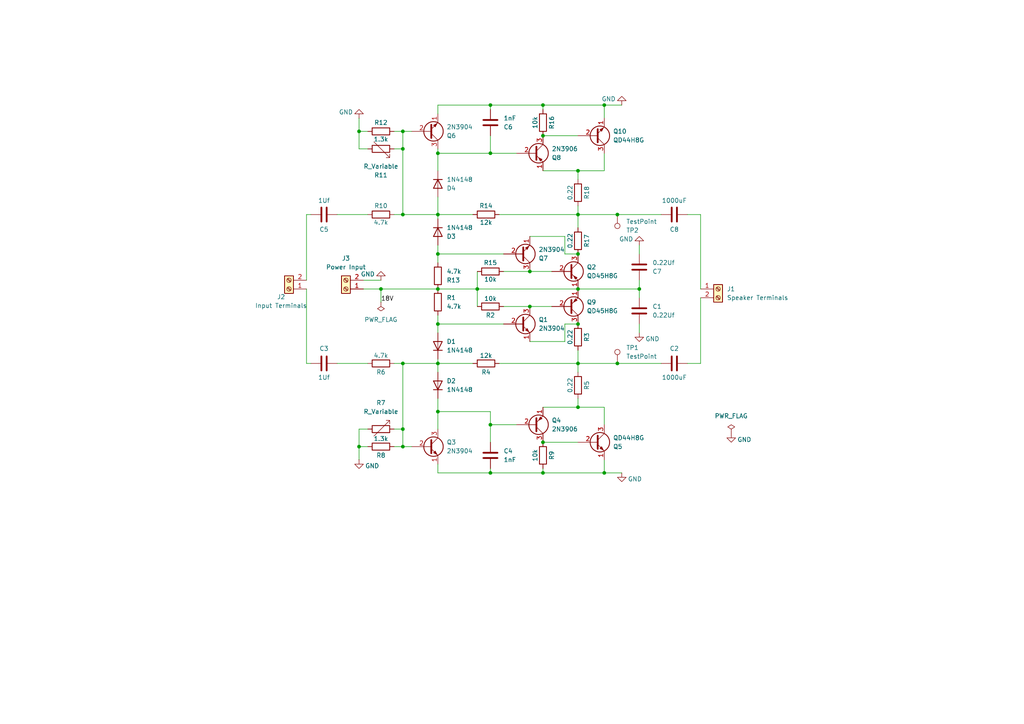
<source format=kicad_sch>
(kicad_sch (version 20231120) (generator "eeschema") (generator_version "8.0")
  (paper "A4")
  (lib_symbols
    (symbol "Connector:Screw_Terminal_01x02" (pin_names (offset 1.016) hide)
      (property "Reference" "J" (at 0 2.54 0))
      (property "Value" "Screw_Terminal_01x02" (at 0 -5.08 0))
      (symbol "Screw_Terminal_01x02_1_1"
        (rectangle (start -1.27 1.27) (end 1.27 -3.81) (stroke (width 0.254)) (fill (type background)))
        (circle (center 0 -2.54) (radius 0.635) (stroke (width 0.1524)))
        (polyline (pts (xy -0.5334 -2.2098) (xy 0.3302 -3.048)) (stroke (width 0.1524)))
        (polyline (pts (xy -0.5334 0.3302) (xy 0.3302 -0.508)) (stroke (width 0.1524)))
        (polyline (pts (xy -0.3556 -2.032) (xy 0.508 -2.8702)) (stroke (width 0.1524)))
        (polyline (pts (xy -0.3556 0.508) (xy 0.508 -0.3302)) (stroke (width 0.1524)))
        (circle (center 0 0) (radius 0.635) (stroke (width 0.1524)))
        (pin passive line (at -5.08 0 0) (length 3.81) (name "Pin_1") (number "1"))
        (pin passive line (at -5.08 -2.54 0) (length 3.81) (name "Pin_2") (number "2"))
      )
    )
    (symbol "Connector:TestPoint" (pin_numbers hide) (pin_names (offset 0.762) hide)
      (property "Reference" "TP" (at 0 6.858 0))
      (property "Value" "TestPoint" (at 0 5.08 0))
      (symbol "TestPoint_0_1"
        (circle (center 0 3.302) (radius 0.762))
      )
      (symbol "TestPoint_1_1"
        (pin passive line (at 0 0 90) (length 2.54) (name "1") (number "1"))
      )
    )
    (symbol "Device:C" (pin_numbers hide) (pin_names (offset 0.254))
      (property "Reference" "C" (at 0.635 2.54 0))
      (property "Value" "C" (at 0.635 -2.54 0))
      (symbol "C_0_1"
        (polyline (pts (xy -2.032 -0.762) (xy 2.032 -0.762)) (stroke (width 0.508)))
        (polyline (pts (xy -2.032 0.762) (xy 2.032 0.762)) (stroke (width 0.508)))
      )
      (symbol "C_1_1"
        (pin passive line (at 0 3.81 270) (length 2.794) (name "~") (number "1"))
        (pin passive line (at 0 -3.81 90) (length 2.794) (name "~") (number "2"))
      )
    )
    (symbol "Device:R" (pin_numbers hide) (pin_names (offset 0))
      (property "Reference" "R" (at 2.032 0 90))
      (property "Value" "R" (at 0 0 90))
      (symbol "R_0_1"
        (rectangle (start -1.016 -2.54) (end 1.016 2.54) (stroke (width 0.254)))
      )
      (symbol "R_1_1"
        (pin passive line (at 0 3.81 270) (length 1.27) (name "~") (number "1"))
        (pin passive line (at 0 -3.81 90) (length 1.27) (name "~") (number "2"))
      )
    )
    (symbol "Device:R_Variable" (pin_numbers hide) (pin_names (offset 0))
      (property "Reference" "R" (at 2.54 -2.54 90))
      (property "Value" "R_Variable" (at -2.54 -1.27 90))
      (symbol "R_Variable_0_1"
        (rectangle (start -1.016 -2.54) (end 1.016 2.54) (stroke (width 0.254)))
        (polyline (pts (xy 2.54 1.524) (xy 2.54 2.54) (xy 1.524 2.54) (xy 2.54 2.54) (xy -2.032 -2.032)))
      )
      (symbol "R_Variable_1_1"
        (pin passive line (at 0 3.81 270) (length 1.27) (name "~") (number "1"))
        (pin passive line (at 0 -3.81 90) (length 1.27) (name "~") (number "2"))
      )
    )
    (symbol "Diode:1N4148" (pin_numbers hide) (pin_names hide)
      (property "Reference" "D" (at 0 2.54 0))
      (property "Value" "1N4148" (at 0 -2.54 0))
      (symbol "1N4148_0_1"
        (polyline (pts (xy -1.27 1.27) (xy -1.27 -1.27)) (stroke (width 0.254)))
        (polyline (pts (xy 1.27 0) (xy -1.27 0)))
        (polyline (pts (xy 1.27 1.27) (xy 1.27 -1.27) (xy -1.27 0) (xy 1.27 1.27)) (stroke (width 0.254)))
      )
      (symbol "1N4148_1_1"
        (pin passive line (at -3.81 0 0) (length 2.54) (name "K") (number "1"))
        (pin passive line (at 3.81 0 180) (length 2.54) (name "A") (number "2"))
      )
    )
    (symbol "Transistor_BJT:2N3904" (pin_names (offset 0) hide)
      (property "Reference" "Q" (at 5.08 1.905 0))
      (property "Value" "2N3904" (at 5.08 0 0))
      (symbol "2N3904_0_1"
        (polyline (pts (xy 0.635 0.635) (xy 2.54 2.54)))
        (polyline (pts (xy 0.635 -0.635) (xy 2.54 -2.54) (xy 2.54 -2.54)))
        (polyline (pts (xy 0.635 1.905) (xy 0.635 -1.905) (xy 0.635 -1.905)) (stroke (width 0.508)))
        (polyline (pts (xy 1.27 -1.778) (xy 1.778 -1.27) (xy 2.286 -2.286) (xy 1.27 -1.778) (xy 1.27 -1.778)) (fill (type outline)))
        (circle (center 1.27 0) (radius 2.8194) (stroke (width 0.254)))
      )
      (symbol "2N3904_1_1"
        (pin passive line (at 2.54 -5.08 90) (length 2.54) (name "E") (number "1"))
        (pin passive line (at -5.08 0 0) (length 5.715) (name "B") (number "2"))
        (pin passive line (at 2.54 5.08 270) (length 2.54) (name "C") (number "3"))
      )
    )
    (symbol "Transistor_BJT:2N3906" (pin_names (offset 0) hide)
      (property "Reference" "Q" (at 5.08 1.905 0))
      (property "Value" "2N3906" (at 5.08 0 0))
      (symbol "2N3906_0_1"
        (polyline (pts (xy 0.635 0.635) (xy 2.54 2.54)))
        (polyline (pts (xy 0.635 -0.635) (xy 2.54 -2.54) (xy 2.54 -2.54)))
        (polyline (pts (xy 0.635 1.905) (xy 0.635 -1.905) (xy 0.635 -1.905)) (stroke (width 0.508)))
        (polyline (pts (xy 2.286 -1.778) (xy 1.778 -2.286) (xy 1.27 -1.27) (xy 2.286 -1.778) (xy 2.286 -1.778)) (fill (type outline)))
        (circle (center 1.27 0) (radius 2.8194) (stroke (width 0.254)))
      )
      (symbol "2N3906_1_1"
        (pin passive line (at 2.54 -5.08 90) (length 2.54) (name "E") (number "1"))
        (pin input line (at -5.08 0 0) (length 5.715) (name "B") (number "2"))
        (pin passive line (at 2.54 5.08 270) (length 2.54) (name "C") (number "3"))
      )
    )
    (symbol "power:GND" (power) (pin_numbers hide) (pin_names (offset 0) hide)
      (property "Value" "GND" (at 0 -3.81 0))
      (symbol "GND_0_1"
        (polyline (pts (xy 0 0) (xy 0 -1.27) (xy 1.27 -1.27) (xy 0 -2.54) (xy -1.27 -1.27) (xy 0 -1.27)))
      )
      (symbol "GND_1_1"
        (pin power_in line (at 0 0 270) (length 0) (name "~") (number "1"))
      )
    )
    (symbol "power:PWR_FLAG" (power) (pin_numbers hide) (pin_names (offset 0) hide)
      (property "Value" "PWR_FLAG" (at 0 3.81 0))
      (symbol "PWR_FLAG_0_0"
        (pin power_out line (at 0 0 90) (length 0) (name "~") (number "1"))
      )
      (symbol "PWR_FLAG_0_1"
        (polyline (pts (xy 0 0) (xy 0 1.27) (xy -1.016 1.905) (xy 0 2.54) (xy 1.016 1.905) (xy 0 1.27)))
      )
    )
  )
  (junction (at 116.84 62.23))
  (junction (at 116.84 43.18))
  (junction (at 142.24 137.16))
  (junction (at 179.07 62.23))
  (junction (at 127 119.38))
  (junction (at 116.84 38.1))
  (junction (at 116.84 129.54))
  (junction (at 153.67 78.74))
  (junction (at 142.24 123.19))
  (junction (at 127 105.41))
  (junction (at 167.64 73.66))
  (junction (at 104.14 38.1))
  (junction (at 157.48 30.48))
  (junction (at 153.67 88.9))
  (junction (at 127 73.66))
  (junction (at 157.48 39.37))
  (junction (at 127 83.82))
  (junction (at 167.64 49.53))
  (junction (at 127 62.23))
  (junction (at 157.48 137.16))
  (junction (at 127 93.98))
  (junction (at 167.64 83.82))
  (junction (at 167.64 62.23))
  (junction (at 104.14 129.54))
  (junction (at 142.24 44.45))
  (junction (at 167.64 93.98))
  (junction (at 157.48 128.27))
  (junction (at 179.07 105.41))
  (junction (at 116.84 124.46))
  (junction (at 175.26 30.48))
  (junction (at 167.64 105.41))
  (junction (at 138.43 83.82))
  (junction (at 185.42 83.82))
  (junction (at 127 44.45))
  (junction (at 142.24 30.48))
  (junction (at 110.49 83.82))
  (junction (at 175.26 137.16))
  (junction (at 116.84 105.41))
  (junction (at 167.64 118.11))
  (wire (pts (xy 104.14 38.1) (xy 104.14 34.29)))
  (wire (pts (xy 116.84 38.1) (xy 116.84 43.18)))
  (wire (pts (xy 116.84 62.23) (xy 116.84 43.18)))
  (wire (pts (xy 106.68 38.1) (xy 104.14 38.1)))
  (wire (pts (xy 175.26 133.35) (xy 175.26 137.16)))
  (wire (pts (xy 127 83.82) (xy 138.43 83.82)))
  (wire (pts (xy 146.05 88.9) (xy 153.67 88.9)))
  (wire (pts (xy 167.64 93.98) (xy 163.83 93.98)))
  (wire (pts (xy 144.78 62.23) (xy 167.64 62.23)))
  (wire (pts (xy 105.41 83.82) (xy 110.49 83.82)))
  (wire (pts (xy 142.24 135.89) (xy 142.24 137.16)))
  (wire (pts (xy 167.64 62.23) (xy 179.07 62.23)))
  (wire (pts (xy 167.64 118.11) (xy 175.26 118.11)))
  (wire (pts (xy 167.64 83.82) (xy 185.42 83.82)))
  (wire (pts (xy 142.24 123.19) (xy 142.24 128.27)))
  (wire (pts (xy 116.84 129.54) (xy 116.84 124.46)))
  (wire (pts (xy 114.3 129.54) (xy 116.84 129.54)))
  (wire (pts (xy 110.49 83.82) (xy 127 83.82)))
  (wire (pts (xy 114.3 62.23) (xy 116.84 62.23)))
  (wire (pts (xy 167.64 62.23) (xy 167.64 59.69)))
  (wire (pts (xy 146.05 78.74) (xy 153.67 78.74)))
  (wire (pts (xy 114.3 43.18) (xy 116.84 43.18)))
  (wire (pts (xy 127 76.2) (xy 127 73.66)))
  (wire (pts (xy 127 73.66) (xy 127 71.12)))
  (wire (pts (xy 106.68 43.18) (xy 104.14 43.18)))
  (wire (pts (xy 175.26 118.11) (xy 175.26 123.19)))
  (wire (pts (xy 127 49.53) (xy 127 44.45)))
  (wire (pts (xy 127 105.41) (xy 127 107.95)))
  (wire (pts (xy 142.24 44.45) (xy 149.86 44.45)))
  (wire (pts (xy 104.14 43.18) (xy 104.14 38.1)))
  (wire (pts (xy 127 105.41) (xy 127 104.14)))
  (wire (pts (xy 163.83 93.98) (xy 163.83 99.06)))
  (wire (pts (xy 153.67 68.58) (xy 163.83 68.58)))
  (wire (pts (xy 127 44.45) (xy 142.24 44.45)))
  (wire (pts (xy 104.14 124.46) (xy 104.14 129.54)))
  (wire (pts (xy 127 44.45) (xy 127 43.18)))
  (wire (pts (xy 138.43 83.82) (xy 138.43 88.9)))
  (wire (pts (xy 142.24 30.48) (xy 157.48 30.48)))
  (wire (pts (xy 167.64 73.66) (xy 163.83 73.66)))
  (wire (pts (xy 116.84 129.54) (xy 119.38 129.54)))
  (wire (pts (xy 106.68 124.46) (xy 104.14 124.46)))
  (wire (pts (xy 137.16 105.41) (xy 127 105.41)))
  (wire (pts (xy 142.24 137.16) (xy 157.48 137.16)))
  (wire (pts (xy 127 119.38) (xy 127 124.46)))
  (wire (pts (xy 114.3 38.1) (xy 116.84 38.1)))
  (wire (pts (xy 137.16 62.23) (xy 127 62.23)))
  (wire (pts (xy 203.2 86.36) (xy 203.2 105.41)))
  (wire (pts (xy 167.64 52.07) (xy 167.64 49.53)))
  (wire (pts (xy 88.9 105.41) (xy 90.17 105.41)))
  (wire (pts (xy 106.68 129.54) (xy 104.14 129.54)))
  (wire (pts (xy 127 91.44) (xy 127 93.98)))
  (wire (pts (xy 179.07 62.23) (xy 191.77 62.23)))
  (wire (pts (xy 157.48 30.48) (xy 175.26 30.48)))
  (wire (pts (xy 114.3 124.46) (xy 116.84 124.46)))
  (wire (pts (xy 199.39 62.23) (xy 203.2 62.23)))
  (wire (pts (xy 116.84 38.1) (xy 119.38 38.1)))
  (wire (pts (xy 167.64 105.41) (xy 179.07 105.41)))
  (wire (pts (xy 153.67 88.9) (xy 160.02 88.9)))
  (wire (pts (xy 153.67 78.74) (xy 160.02 78.74)))
  (wire (pts (xy 127 93.98) (xy 127 96.52)))
  (wire (pts (xy 157.48 118.11) (xy 167.64 118.11)))
  (wire (pts (xy 97.79 62.23) (xy 106.68 62.23)))
  (wire (pts (xy 114.3 105.41) (xy 116.84 105.41)))
  (wire (pts (xy 127 33.02) (xy 127 30.48)))
  (wire (pts (xy 175.26 34.29) (xy 175.26 30.48)))
  (wire (pts (xy 97.79 105.41) (xy 106.68 105.41)))
  (wire (pts (xy 157.48 135.89) (xy 157.48 137.16)))
  (wire (pts (xy 104.14 129.54) (xy 104.14 133.35)))
  (wire (pts (xy 203.2 62.23) (xy 203.2 83.82)))
  (wire (pts (xy 127 62.23) (xy 127 63.5)))
  (wire (pts (xy 127 62.23) (xy 127 57.15)))
  (wire (pts (xy 88.9 62.23) (xy 88.9 81.28)))
  (wire (pts (xy 203.2 105.41) (xy 199.39 105.41)))
  (wire (pts (xy 138.43 83.82) (xy 167.64 83.82)))
  (wire (pts (xy 175.26 49.53) (xy 175.26 44.45)))
  (wire (pts (xy 185.42 83.82) (xy 185.42 81.28)))
  (wire (pts (xy 142.24 44.45) (xy 142.24 39.37)))
  (wire (pts (xy 167.64 115.57) (xy 167.64 118.11)))
  (wire (pts (xy 185.42 93.98) (xy 185.42 96.52)))
  (wire (pts (xy 167.64 49.53) (xy 175.26 49.53)))
  (wire (pts (xy 157.48 128.27) (xy 167.64 128.27)))
  (wire (pts (xy 185.42 83.82) (xy 185.42 86.36)))
  (wire (pts (xy 185.42 71.12) (xy 185.42 73.66)))
  (wire (pts (xy 116.84 62.23) (xy 127 62.23)))
  (wire (pts (xy 127 93.98) (xy 146.05 93.98)))
  (wire (pts (xy 116.84 105.41) (xy 116.84 124.46)))
  (wire (pts (xy 175.26 137.16) (xy 180.34 137.16)))
  (wire (pts (xy 179.07 105.41) (xy 191.77 105.41)))
  (wire (pts (xy 175.26 30.48) (xy 180.34 30.48)))
  (wire (pts (xy 127 119.38) (xy 142.24 119.38)))
  (wire (pts (xy 167.64 105.41) (xy 167.64 107.95)))
  (wire (pts (xy 127 115.57) (xy 127 119.38)))
  (wire (pts (xy 127 73.66) (xy 146.05 73.66)))
  (wire (pts (xy 142.24 119.38) (xy 142.24 123.19)))
  (wire (pts (xy 127 134.62) (xy 127 137.16)))
  (wire (pts (xy 142.24 31.75) (xy 142.24 30.48)))
  (wire (pts (xy 127 137.16) (xy 142.24 137.16)))
  (wire (pts (xy 127 30.48) (xy 142.24 30.48)))
  (wire (pts (xy 157.48 137.16) (xy 175.26 137.16)))
  (wire (pts (xy 157.48 49.53) (xy 167.64 49.53)))
  (wire (pts (xy 153.67 99.06) (xy 163.83 99.06)))
  (wire (pts (xy 110.49 83.82) (xy 110.49 87.63)))
  (wire (pts (xy 88.9 83.82) (xy 88.9 105.41)))
  (wire (pts (xy 167.64 105.41) (xy 167.64 101.6)))
  (wire (pts (xy 105.41 81.28) (xy 110.49 81.28)))
  (wire (pts (xy 157.48 31.75) (xy 157.48 30.48)))
  (wire (pts (xy 144.78 105.41) (xy 167.64 105.41)))
  (wire (pts (xy 138.43 83.82) (xy 138.43 78.74)))
  (wire (pts (xy 88.9 62.23) (xy 90.17 62.23)))
  (wire (pts (xy 116.84 105.41) (xy 127 105.41)))
  (wire (pts (xy 167.64 62.23) (xy 167.64 66.04)))
  (wire (pts (xy 142.24 123.19) (xy 149.86 123.19)))
  (wire (pts (xy 163.83 73.66) (xy 163.83 68.58)))
  (wire (pts (xy 157.48 39.37) (xy 167.64 39.37)))
  (label "18V" (at 110.49 87.63 0))
  (symbol (lib_id "Device:C") (at 185.42 77.47 0) (mirror x) (unit 1)
    (property "Reference" "C7" (at 189.23 78.7401 0) (effects (justify left)))
    (property "Value" "0.22Uf" (at 189.23 76.2001 0) (effects (justify left)))
    (property "Description" "Unpolarized capacitor" (effects (hide yes)))
  )
  (symbol (lib_id "Device:R") (at 167.64 55.88 0) (mirror x) (unit 1)
    (property "Reference" "R18" (at 170.18 55.88 90))
    (property "Value" "0.22" (at 165.354 55.88 90))
    (property "Description" "Resistor" (effects (hide yes)))
  )
  (symbol (lib_id "Device:C") (at 195.58 105.41 90) (unit 1)
    (property "Reference" "C2" (at 195.58 101.092 90))
    (property "Value" "1000uF" (at 195.58 109.474 90))
    (property "Description" "Unpolarized capacitor" (effects (hide yes)))
  )
  (symbol (lib_id "Device:R") (at 140.97 62.23 270) (mirror x) (unit 1)
    (property "Reference" "R14" (at 140.97 59.69 90))
    (property "Value" "12k" (at 140.97 64.516 90))
    (property "Description" "Resistor" (effects (hide yes)))
  )
  (symbol (lib_id "power:GND") (at 180.34 30.48 180) (unit 1)
    (property "Reference" "#PWR05" (effects (hide yes)))
    (property "Value" "GND" (at 176.53 28.702 0))
    (property "Description" "Power symbol creates a global label with name \"GND\" , ground" (effects (hide yes)))
  )
  (symbol (lib_id "Device:R") (at 142.24 88.9 270) (unit 1)
    (property "Reference" "R2" (at 142.24 91.44 90))
    (property "Value" "10k" (at 142.24 86.614 90))
    (property "Description" "Resistor" (effects (hide yes)))
  )
  (symbol (lib_id "Device:R") (at 110.49 105.41 270) (unit 1)
    (property "Reference" "R6" (at 110.49 107.95 90))
    (property "Value" "4.7k" (at 110.49 103.124 90))
    (property "Description" "Resistor" (effects (hide yes)))
  )
  (symbol (lib_id "power:GND") (at 185.42 71.12 180) (unit 1)
    (property "Reference" "#PWR06" (effects (hide yes)))
    (property "Value" "GND" (at 181.61 69.342 0))
    (property "Description" "Power symbol creates a global label with name \"GND\" , ground" (effects (hide yes)))
  )
  (symbol (lib_id "Device:C") (at 195.58 62.23 90) (mirror x) (unit 1)
    (property "Reference" "C8" (at 195.58 66.548 90))
    (property "Value" "1000uF" (at 195.58 58.166 90))
    (property "Description" "Unpolarized capacitor" (effects (hide yes)))
  )
  (symbol (lib_id "Device:R") (at 167.64 111.76 0) (unit 1)
    (property "Reference" "R5" (at 170.18 111.76 90))
    (property "Value" "0.22" (at 165.354 111.76 90))
    (property "Description" "Resistor" (effects (hide yes)))
  )
  (symbol (lib_id "Device:C") (at 93.98 105.41 90) (unit 1)
    (property "Reference" "C3" (at 93.98 101.092 90))
    (property "Value" "1Uf" (at 93.98 109.474 90))
    (property "Description" "Unpolarized capacitor" (effects (hide yes)))
  )
  (symbol (lib_id "Connector:TestPoint") (at 179.07 62.23 0) (mirror x) (unit 1)
    (property "Reference" "TP2" (at 181.61 66.8021 0) (effects (justify left)))
    (property "Value" "TestPoint" (at 181.61 64.2621 0) (effects (justify left)))
    (property "Description" "test point" (effects (hide yes)))
  )
  (symbol (lib_id "Connector:TestPoint") (at 179.07 105.41 0) (unit 1)
    (property "Reference" "TP1" (at 181.61 100.8379 0) (effects (justify left)))
    (property "Value" "TestPoint" (at 181.61 103.3779 0) (effects (justify left)))
    (property "Description" "test point" (effects (hide yes)))
  )
  (symbol (lib_id "Diode:1N4148") (at 127 53.34 90) (mirror x) (unit 1)
    (property "Reference" "D4" (at 129.54 54.6101 90) (effects (justify right)))
    (property "Value" "1N4148" (at 129.54 52.0701 90) (effects (justify right)))
    (property "Footprint" "Diode_THT:D_DO-35_SOD27_P7.62mm_Horizontal" (effects (hide yes)))
    (property "Datasheet" "https://assets.nexperia.com/documents/data-sheet/1N4148_1N4448.pdf" (effects (hide yes)))
    (property "Description" "100V 0.15A standard switching diode, DO-35" (effects (hide yes)))
    (property "Sim.Device" "D" (effects (hide yes)))
    (property "Sim.Pins" "1=K 2=A" (effects (hide yes)))
  )
  (symbol (lib_id "Device:R_Variable") (at 110.49 124.46 270) (mirror x) (unit 1)
    (property "Reference" "R7" (at 110.49 116.84 90))
    (property "Value" "R_Variable" (at 110.49 119.38 90))
    (property "Description" "Variable resistor" (effects (hide yes)))
  )
  (symbol (lib_id "Device:R") (at 127 80.01 0) (mirror x) (unit 1)
    (property "Reference" "R13" (at 129.54 81.2801 0) (effects (justify left)))
    (property "Value" "4.7k" (at 129.54 78.7401 0) (effects (justify left)))
    (property "Description" "Resistor" (effects (hide yes)))
  )
  (symbol (lib_id "Device:R") (at 110.49 62.23 270) (mirror x) (unit 1)
    (property "Reference" "R10" (at 110.49 59.69 90))
    (property "Value" "4.7k" (at 110.49 64.516 90))
    (property "Description" "Resistor" (effects (hide yes)))
  )
  (symbol (lib_id "Device:C") (at 185.42 90.17 0) (unit 1)
    (property "Reference" "C1" (at 189.23 88.8999 0) (effects (justify left)))
    (property "Value" "0.22Uf" (at 189.23 91.4399 0) (effects (justify left)))
    (property "Description" "Unpolarized capacitor" (effects (hide yes)))
  )
  (symbol (lib_id "Device:R") (at 157.48 35.56 0) (mirror x) (unit 1)
    (property "Reference" "R16" (at 160.02 35.56 90))
    (property "Value" "10k" (at 155.194 35.56 90))
    (property "Description" "Resistor" (effects (hide yes)))
  )
  (symbol (lib_id "Transistor_BJT:2N3904") (at 172.72 39.37 0) (mirror x) (unit 1)
    (property "Reference" "Q10" (at 177.8 38.0999 0) (effects (justify left)))
    (property "Value" "QD44H8G" (at 177.8 40.6399 0) (effects (justify left)))
    (property "Footprint" "Package_TO_SOT_THT:TO-92_Inline" (effects (hide yes)))
    (property "Datasheet" "https://www.onsemi.com/pub/Collateral/2N3903-D.PDF" (effects (hide yes)))
    (property "Description" "0.2A Ic, 40V Vce, Small Signal NPN Transistor, TO-92" (effects (hide yes)))
  )
  (symbol (lib_id "power:GND") (at 110.49 81.28 180) (unit 1)
    (property "Reference" "#PWR07" (effects (hide yes)))
    (property "Value" "GND" (at 106.68 79.502 0))
    (property "Description" "Power symbol creates a global label with name \"GND\" , ground" (effects (hide yes)))
  )
  (symbol (lib_id "Connector:Screw_Terminal_01x02") (at 83.82 83.82 180) (unit 1)
    (property "Reference" "J2" (at 81.534 86.106 0))
    (property "Value" "Input Terminals" (at 81.534 88.646 0))
    (property "Description" "Generic screw terminal, single row, 01x02, script generated (kicad-library-utils/schlib/autogen/connector/)" (effects (hide yes)))
  )
  (symbol (lib_id "Device:R") (at 140.97 105.41 270) (unit 1)
    (property "Reference" "R4" (at 140.97 107.95 90))
    (property "Value" "12k" (at 140.97 103.124 90))
    (property "Description" "Resistor" (effects (hide yes)))
  )
  (symbol (lib_id "Connector:Screw_Terminal_01x02") (at 100.33 83.82 180) (unit 1)
    (property "Reference" "J3" (at 100.33 74.93 0))
    (property "Value" "Power Input" (at 100.33 77.47 0))
    (property "Description" "Generic screw terminal, single row, 01x02, script generated (kicad-library-utils/schlib/autogen/connector/)" (effects (hide yes)))
  )
  (symbol (lib_id "Transistor_BJT:2N3904") (at 172.72 128.27 0) (unit 1)
    (property "Reference" "Q5" (at 177.8 129.5401 0) (effects (justify left)))
    (property "Value" "QD44H8G" (at 177.8 127.0001 0) (effects (justify left)))
    (property "Footprint" "Package_TO_SOT_THT:TO-92_Inline" (effects (hide yes)))
    (property "Datasheet" "https://www.onsemi.com/pub/Collateral/2N3903-D.PDF" (effects (hide yes)))
    (property "Description" "0.2A Ic, 40V Vce, Small Signal NPN Transistor, TO-92" (effects (hide yes)))
  )
  (symbol (lib_id "power:GND") (at 185.42 96.52 0) (unit 1)
    (property "Reference" "#PWR01" (effects (hide yes)))
    (property "Value" "GND" (at 189.23 98.298 0))
    (property "Description" "Power symbol creates a global label with name \"GND\" , ground" (effects (hide yes)))
  )
  (symbol (lib_id "power:GND") (at 212.09 125.73 0) (unit 1)
    (property "Reference" "#PWR08" (effects (hide yes)))
    (property "Value" "GND" (at 215.9 127.508 0))
    (property "Description" "Power symbol creates a global label with name \"GND\" , ground" (effects (hide yes)))
  )
  (symbol (lib_id "Device:R_Variable") (at 110.49 43.18 270) (unit 1)
    (property "Reference" "R11" (at 110.49 50.8 90))
    (property "Value" "R_Variable" (at 110.49 48.26 90))
    (property "Description" "Variable resistor" (effects (hide yes)))
  )
  (symbol (lib_id "Device:R") (at 167.64 69.85 0) (mirror x) (unit 1)
    (property "Reference" "R17" (at 170.18 69.85 90))
    (property "Value" "0.22" (at 165.354 69.85 90))
    (property "Description" "Resistor" (effects (hide yes)))
  )
  (symbol (lib_id "Device:C") (at 142.24 132.08 0) (unit 1)
    (property "Reference" "C4" (at 146.05 130.8099 0) (effects (justify left)))
    (property "Value" "1nF" (at 146.05 133.3499 0) (effects (justify left)))
    (property "Description" "Unpolarized capacitor" (effects (hide yes)))
  )
  (symbol (lib_id "power:GND") (at 104.14 133.35 0) (unit 1)
    (property "Reference" "#PWR02" (effects (hide yes)))
    (property "Value" "GND" (at 107.95 135.128 0))
    (property "Description" "Power symbol creates a global label with name \"GND\" , ground" (effects (hide yes)))
  )
  (symbol (lib_id "power:PWR_FLAG") (at 110.49 87.63 180) (unit 1)
    (property "Reference" "#FLG01" (effects (hide yes)))
    (property "Value" "PWR_FLAG" (at 110.49 92.71 0))
    (property "Description" "Special symbol for telling ERC where power comes from" (effects (hide yes)))
  )
  (symbol (lib_id "Diode:1N4148") (at 127 67.31 90) (mirror x) (unit 1)
    (property "Reference" "D3" (at 129.54 68.5801 90) (effects (justify right)))
    (property "Value" "1N4148" (at 129.54 66.0401 90) (effects (justify right)))
    (property "Footprint" "Diode_THT:D_DO-35_SOD27_P7.62mm_Horizontal" (effects (hide yes)))
    (property "Datasheet" "https://assets.nexperia.com/documents/data-sheet/1N4148_1N4448.pdf" (effects (hide yes)))
    (property "Description" "100V 0.15A standard switching diode, DO-35" (effects (hide yes)))
    (property "Sim.Device" "D" (effects (hide yes)))
    (property "Sim.Pins" "1=K 2=A" (effects (hide yes)))
  )
  (symbol (lib_id "Transistor_BJT:2N3904") (at 124.46 129.54 0) (unit 1)
    (property "Reference" "Q3" (at 129.54 128.2699 0) (effects (justify left)))
    (property "Value" "2N3904" (at 129.54 130.8099 0) (effects (justify left)))
    (property "Footprint" "Package_TO_SOT_THT:TO-92_Inline" (effects (hide yes)))
    (property "Datasheet" "https://www.onsemi.com/pub/Collateral/2N3903-D.PDF" (effects (hide yes)))
    (property "Description" "0.2A Ic, 40V Vce, Small Signal NPN Transistor, TO-92" (effects (hide yes)))
  )
  (symbol (lib_id "Device:R") (at 110.49 38.1 270) (mirror x) (unit 1)
    (property "Reference" "R12" (at 110.49 35.56 90))
    (property "Value" "1.3k" (at 110.49 40.386 90))
    (property "Description" "Resistor" (effects (hide yes)))
  )
  (symbol (lib_id "Transistor_BJT:2N3904") (at 151.13 93.98 0) (unit 1)
    (property "Reference" "Q1" (at 156.21 92.7099 0) (effects (justify left)))
    (property "Value" "2N3904" (at 156.21 95.2499 0) (effects (justify left)))
    (property "Footprint" "Package_TO_SOT_THT:TO-92_Inline" (effects (hide yes)))
    (property "Datasheet" "https://www.onsemi.com/pub/Collateral/2N3903-D.PDF" (effects (hide yes)))
    (property "Description" "0.2A Ic, 40V Vce, Small Signal NPN Transistor, TO-92" (effects (hide yes)))
  )
  (symbol (lib_id "Device:C") (at 142.24 35.56 0) (mirror x) (unit 1)
    (property "Reference" "C6" (at 146.05 36.8301 0) (effects (justify left)))
    (property "Value" "1nF" (at 146.05 34.2901 0) (effects (justify left)))
    (property "Description" "Unpolarized capacitor" (effects (hide yes)))
  )
  (symbol (lib_id "Device:R") (at 110.49 129.54 270) (unit 1)
    (property "Reference" "R8" (at 110.49 132.08 90))
    (property "Value" "1.3k" (at 110.49 127.254 90))
    (property "Description" "Resistor" (effects (hide yes)))
  )
  (symbol (lib_id "Transistor_BJT:2N3906") (at 154.94 123.19 0) (mirror x) (unit 1)
    (property "Reference" "Q4" (at 160.02 121.9199 0) (effects (justify left)))
    (property "Value" "2N3906" (at 160.02 124.4599 0) (effects (justify left)))
    (property "Footprint" "Package_TO_SOT_THT:TO-92_Inline" (effects (hide yes)))
    (property "Datasheet" "https://www.onsemi.com/pub/Collateral/2N3906-D.PDF" (effects (hide yes)))
    (property "Description" "-0.2A Ic, -40V Vce, Small Signal PNP Transistor, TO-92" (effects (hide yes)))
  )
  (symbol (lib_id "Device:C") (at 93.98 62.23 90) (mirror x) (unit 1)
    (property "Reference" "C5" (at 93.98 66.548 90))
    (property "Value" "1Uf" (at 93.98 58.166 90))
    (property "Description" "Unpolarized capacitor" (effects (hide yes)))
  )
  (symbol (lib_id "Device:R") (at 157.48 132.08 0) (unit 1)
    (property "Reference" "R9" (at 160.02 132.08 90))
    (property "Value" "10k" (at 155.194 132.08 90))
    (property "Description" "Resistor" (effects (hide yes)))
  )
  (symbol (lib_id "Transistor_BJT:2N3906") (at 154.94 44.45 0) (unit 1)
    (property "Reference" "Q8" (at 160.02 45.7201 0) (effects (justify left)))
    (property "Value" "2N3906" (at 160.02 43.1801 0) (effects (justify left)))
    (property "Footprint" "Package_TO_SOT_THT:TO-92_Inline" (effects (hide yes)))
    (property "Datasheet" "https://www.onsemi.com/pub/Collateral/2N3906-D.PDF" (effects (hide yes)))
    (property "Description" "-0.2A Ic, -40V Vce, Small Signal PNP Transistor, TO-92" (effects (hide yes)))
  )
  (symbol (lib_id "power:PWR_FLAG") (at 212.09 125.73 0) (unit 1)
    (property "Reference" "#FLG02" (effects (hide yes)))
    (property "Value" "PWR_FLAG" (at 212.09 120.65 0))
    (property "Description" "Special symbol for telling ERC where power comes from" (effects (hide yes)))
  )
  (symbol (lib_id "Transistor_BJT:2N3904") (at 151.13 73.66 0) (mirror x) (unit 1)
    (property "Reference" "Q7" (at 156.21 74.9301 0) (effects (justify left)))
    (property "Value" "2N3904" (at 156.21 72.3901 0) (effects (justify left)))
    (property "Footprint" "Package_TO_SOT_THT:TO-92_Inline" (effects (hide yes)))
    (property "Datasheet" "https://www.onsemi.com/pub/Collateral/2N3903-D.PDF" (effects (hide yes)))
    (property "Description" "0.2A Ic, 40V Vce, Small Signal NPN Transistor, TO-92" (effects (hide yes)))
  )
  (symbol (lib_id "Transistor_BJT:2N3906") (at 165.1 88.9 0) (mirror x) (unit 1)
    (property "Reference" "Q9" (at 170.18 87.6299 0) (effects (justify left)))
    (property "Value" "QD45H8G" (at 170.18 90.1699 0) (effects (justify left)))
    (property "Footprint" "Package_TO_SOT_THT:TO-92_Inline" (effects (hide yes)))
    (property "Datasheet" "https://www.onsemi.com/pub/Collateral/2N3906-D.PDF" (effects (hide yes)))
    (property "Description" "-0.2A Ic, -40V Vce, Small Signal PNP Transistor, TO-92" (effects (hide yes)))
  )
  (symbol (lib_id "Connector:Screw_Terminal_01x02") (at 208.28 83.82 0) (unit 1)
    (property "Reference" "J1" (at 210.82 83.8199 0) (effects (justify left)))
    (property "Value" "Speaker Terminals" (at 210.82 86.3599 0) (effects (justify left)))
    (property "Description" "Generic screw terminal, single row, 01x02, script generated (kicad-library-utils/schlib/autogen/connector/)" (effects (hide yes)))
  )
  (symbol (lib_id "power:GND") (at 104.14 34.29 180) (unit 1)
    (property "Reference" "#PWR04" (effects (hide yes)))
    (property "Value" "GND" (at 100.33 32.512 0))
    (property "Description" "Power symbol creates a global label with name \"GND\" , ground" (effects (hide yes)))
  )
  (symbol (lib_id "Device:R") (at 142.24 78.74 270) (mirror x) (unit 1)
    (property "Reference" "R15" (at 142.24 76.2 90))
    (property "Value" "10k" (at 142.24 81.026 90))
    (property "Description" "Resistor" (effects (hide yes)))
  )
  (symbol (lib_id "Diode:1N4148") (at 127 111.76 90) (unit 1)
    (property "Reference" "D2" (at 129.54 110.4899 90) (effects (justify right)))
    (property "Value" "1N4148" (at 129.54 113.0299 90) (effects (justify right)))
    (property "Footprint" "Diode_THT:D_DO-35_SOD27_P7.62mm_Horizontal" (effects (hide yes)))
    (property "Datasheet" "https://assets.nexperia.com/documents/data-sheet/1N4148_1N4448.pdf" (effects (hide yes)))
    (property "Description" "100V 0.15A standard switching diode, DO-35" (effects (hide yes)))
    (property "Sim.Device" "D" (effects (hide yes)))
    (property "Sim.Pins" "1=K 2=A" (effects (hide yes)))
  )
  (symbol (lib_id "Device:R") (at 167.64 97.79 0) (unit 1)
    (property "Reference" "R3" (at 170.18 97.79 90))
    (property "Value" "0.22" (at 165.354 97.79 90))
    (property "Description" "Resistor" (effects (hide yes)))
  )
  (symbol (lib_id "Diode:1N4148") (at 127 100.33 90) (unit 1)
    (property "Reference" "D1" (at 129.54 99.0599 90) (effects (justify right)))
    (property "Value" "1N4148" (at 129.54 101.5999 90) (effects (justify right)))
    (property "Footprint" "Diode_THT:D_DO-35_SOD27_P7.62mm_Horizontal" (effects (hide yes)))
    (property "Datasheet" "https://assets.nexperia.com/documents/data-sheet/1N4148_1N4448.pdf" (effects (hide yes)))
    (property "Description" "100V 0.15A standard switching diode, DO-35" (effects (hide yes)))
    (property "Sim.Device" "D" (effects (hide yes)))
    (property "Sim.Pins" "1=K 2=A" (effects (hide yes)))
  )
  (symbol (lib_id "Device:R") (at 127 87.63 0) (unit 1)
    (property "Reference" "R1" (at 129.54 86.3599 0) (effects (justify left)))
    (property "Value" "4.7k" (at 129.54 88.8999 0) (effects (justify left)))
    (property "Description" "Resistor" (effects (hide yes)))
  )
  (symbol (lib_id "Transistor_BJT:2N3904") (at 124.46 38.1 0) (mirror x) (unit 1)
    (property "Reference" "Q6" (at 129.54 39.3701 0) (effects (justify left)))
    (property "Value" "2N3904" (at 129.54 36.8301 0) (effects (justify left)))
    (property "Footprint" "Package_TO_SOT_THT:TO-92_Inline" (effects (hide yes)))
    (property "Datasheet" "https://www.onsemi.com/pub/Collateral/2N3903-D.PDF" (effects (hide yes)))
    (property "Description" "0.2A Ic, 40V Vce, Small Signal NPN Transistor, TO-92" (effects (hide yes)))
  )
  (symbol (lib_id "Transistor_BJT:2N3906") (at 165.1 78.74 0) (unit 1)
    (property "Reference" "Q2" (at 170.18 77.4699 0) (effects (justify left)))
    (property "Value" "QD45H8G" (at 170.18 80.0099 0) (effects (justify left)))
    (property "Footprint" "Package_TO_SOT_THT:TO-92_Inline" (effects (hide yes)))
    (property "Datasheet" "https://www.onsemi.com/pub/Collateral/2N3906-D.PDF" (effects (hide yes)))
    (property "Description" "-0.2A Ic, -40V Vce, Small Signal PNP Transistor, TO-92" (effects (hide yes)))
  )
  (symbol (lib_id "power:GND") (at 180.34 137.16 0) (unit 1)
    (property "Reference" "#PWR03" (effects (hide yes)))
    (property "Value" "GND" (at 184.15 138.938 0))
    (property "Description" "Power symbol creates a global label with name \"GND\" , ground" (effects (hide yes)))
  )
)
</source>
